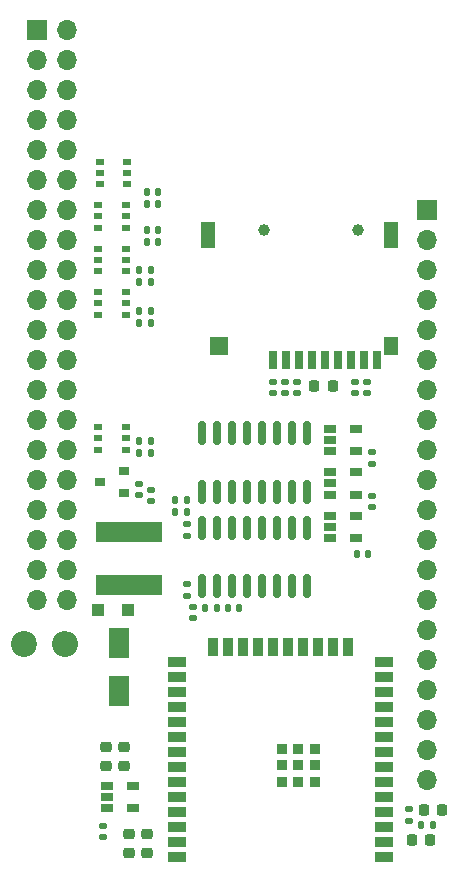
<source format=gbr>
%TF.GenerationSoftware,KiCad,Pcbnew,8.0.4*%
%TF.CreationDate,2024-09-22T15:27:49+02:00*%
%TF.ProjectId,blue_64,626c7565-5f36-4342-9e6b-696361645f70,1.0*%
%TF.SameCoordinates,PX3dc4fd0PY7445a00*%
%TF.FileFunction,Soldermask,Top*%
%TF.FilePolarity,Negative*%
%FSLAX46Y46*%
G04 Gerber Fmt 4.6, Leading zero omitted, Abs format (unit mm)*
G04 Created by KiCad (PCBNEW 8.0.4) date 2024-09-22 15:27:49*
%MOMM*%
%LPD*%
G01*
G04 APERTURE LIST*
G04 Aperture macros list*
%AMRoundRect*
0 Rectangle with rounded corners*
0 $1 Rounding radius*
0 $2 $3 $4 $5 $6 $7 $8 $9 X,Y pos of 4 corners*
0 Add a 4 corners polygon primitive as box body*
4,1,4,$2,$3,$4,$5,$6,$7,$8,$9,$2,$3,0*
0 Add four circle primitives for the rounded corners*
1,1,$1+$1,$2,$3*
1,1,$1+$1,$4,$5*
1,1,$1+$1,$6,$7*
1,1,$1+$1,$8,$9*
0 Add four rect primitives between the rounded corners*
20,1,$1+$1,$2,$3,$4,$5,0*
20,1,$1+$1,$4,$5,$6,$7,0*
20,1,$1+$1,$6,$7,$8,$9,0*
20,1,$1+$1,$8,$9,$2,$3,0*%
G04 Aperture macros list end*
%ADD10RoundRect,0.147500X-0.147500X-0.172500X0.147500X-0.172500X0.147500X0.172500X-0.147500X0.172500X0*%
%ADD11RoundRect,0.147500X0.147500X0.172500X-0.147500X0.172500X-0.147500X-0.172500X0.147500X-0.172500X0*%
%ADD12R,0.700000X0.510000*%
%ADD13RoundRect,0.147500X0.172500X-0.147500X0.172500X0.147500X-0.172500X0.147500X-0.172500X-0.147500X0*%
%ADD14R,1.000000X1.000000*%
%ADD15RoundRect,0.147500X-0.172500X0.147500X-0.172500X-0.147500X0.172500X-0.147500X0.172500X0.147500X0*%
%ADD16RoundRect,0.218750X0.256250X-0.218750X0.256250X0.218750X-0.256250X0.218750X-0.256250X-0.218750X0*%
%ADD17C,1.000000*%
%ADD18R,0.700000X1.600000*%
%ADD19R,1.200000X1.500000*%
%ADD20R,1.200000X2.200000*%
%ADD21R,1.600000X1.500000*%
%ADD22R,1.060000X0.650000*%
%ADD23RoundRect,0.218750X-0.218750X-0.256250X0.218750X-0.256250X0.218750X0.256250X-0.218750X0.256250X0*%
%ADD24R,1.500000X0.900000*%
%ADD25R,0.900000X1.500000*%
%ADD26R,0.900000X0.900000*%
%ADD27R,1.700000X1.700000*%
%ADD28O,1.700000X1.700000*%
%ADD29RoundRect,0.150000X-0.150000X0.825000X-0.150000X-0.825000X0.150000X-0.825000X0.150000X0.825000X0*%
%ADD30R,5.700000X1.700000*%
%ADD31RoundRect,0.218750X-0.256250X0.218750X-0.256250X-0.218750X0.256250X-0.218750X0.256250X0.218750X0*%
%ADD32R,1.800000X2.500000*%
%ADD33R,0.900000X0.800000*%
%ADD34O,2.200000X2.200000*%
%ADD35C,2.200000*%
G04 APERTURE END LIST*
D10*
X18057000Y22225000D03*
X19027000Y22225000D03*
D11*
X14074000Y54229000D03*
X13104000Y54229000D03*
D10*
X15517000Y31369000D03*
X16487000Y31369000D03*
D12*
X9000000Y52639000D03*
X9000000Y51689000D03*
X9000000Y50739000D03*
X11320000Y50739000D03*
X11320000Y51689000D03*
X11320000Y52639000D03*
D10*
X19962000Y22225000D03*
X20932000Y22225000D03*
X15517000Y30353000D03*
X16487000Y30353000D03*
D13*
X24765000Y40409000D03*
X24765000Y41379000D03*
D14*
X8980000Y22020000D03*
X11480000Y22020000D03*
D13*
X30734000Y40409000D03*
X30734000Y41379000D03*
X9398000Y2817000D03*
X9398000Y3787000D03*
D15*
X16510000Y24234000D03*
X16510000Y23264000D03*
D11*
X13439000Y35306000D03*
X12469000Y35306000D03*
D12*
X9000000Y48956000D03*
X9000000Y48006000D03*
X9000000Y47056000D03*
X11320000Y47056000D03*
X11320000Y48006000D03*
X11320000Y48956000D03*
D10*
X36345000Y3810000D03*
X37315000Y3810000D03*
D16*
X13081000Y1498500D03*
X13081000Y3073500D03*
D17*
X30987000Y54188000D03*
X22987000Y54188000D03*
D18*
X23787000Y43188000D03*
X24887000Y43188000D03*
X25987000Y43188000D03*
X27087000Y43188000D03*
X28187000Y43188000D03*
X29287000Y43188000D03*
X30387000Y43188000D03*
X31487000Y43188000D03*
X32587000Y43188000D03*
D19*
X33787000Y44388000D03*
D20*
X33787000Y53788000D03*
D21*
X19187000Y44388000D03*
D20*
X18287000Y53788000D03*
D22*
X9695000Y7173000D03*
X9695000Y6223000D03*
X9695000Y5273000D03*
X11895000Y5273000D03*
X11895000Y7173000D03*
D13*
X31750000Y40409000D03*
X31750000Y41379000D03*
D23*
X36550500Y5080000D03*
X38125500Y5080000D03*
D15*
X12446000Y32743000D03*
X12446000Y31773000D03*
D11*
X14074000Y56388000D03*
X13104000Y56388000D03*
D16*
X11176000Y8864500D03*
X11176000Y10439500D03*
D24*
X33161000Y1167000D03*
X33161000Y2437000D03*
X33161000Y3707000D03*
X33161000Y4977000D03*
X33161000Y6247000D03*
X33161000Y7517000D03*
X33161000Y8787000D03*
X33161000Y10057000D03*
X33161000Y11327000D03*
X33161000Y12597000D03*
X33161000Y13867000D03*
X33161000Y15137000D03*
X33161000Y16407000D03*
X33161000Y17677000D03*
D25*
X30131000Y18927000D03*
X28861000Y18927000D03*
X27591000Y18927000D03*
X26321000Y18927000D03*
X25051000Y18927000D03*
X23781000Y18927000D03*
X22511000Y18927000D03*
X21241000Y18927000D03*
X19971000Y18927000D03*
X18701000Y18927000D03*
D24*
X15661000Y17677000D03*
X15661000Y16407000D03*
X15661000Y15137000D03*
X15661000Y13867000D03*
X15661000Y12597000D03*
X15661000Y11327000D03*
X15661000Y10057000D03*
X15661000Y8787000D03*
X15661000Y7517000D03*
X15661000Y6247000D03*
X15661000Y4977000D03*
X15661000Y3707000D03*
X15661000Y2437000D03*
X15661000Y1167000D03*
D26*
X27311000Y7487000D03*
X27311000Y7487000D03*
X27311000Y8887000D03*
X27311000Y10287000D03*
X27311000Y10287000D03*
X25911000Y7487000D03*
X25911000Y8887000D03*
X25911000Y10287000D03*
X25911000Y10287000D03*
X24511000Y7487000D03*
X24511000Y8887000D03*
X24511000Y10287000D03*
D13*
X23749000Y40409000D03*
X23749000Y41379000D03*
D23*
X35534500Y2540000D03*
X37109500Y2540000D03*
D11*
X13439000Y47371000D03*
X12469000Y47371000D03*
D13*
X17018000Y21359000D03*
X17018000Y22329000D03*
X16510000Y28344000D03*
X16510000Y29314000D03*
D22*
X28618000Y37399000D03*
X28618000Y36449000D03*
X28618000Y35499000D03*
X30818000Y35499000D03*
X30818000Y37399000D03*
D15*
X13462000Y32235000D03*
X13462000Y31265000D03*
D27*
X3810000Y71120000D03*
D28*
X6350000Y71120000D03*
X3810000Y68580000D03*
X6350000Y68580000D03*
X3810000Y66040000D03*
X6350000Y66040000D03*
X3810000Y63500000D03*
X6350000Y63500000D03*
X3810000Y60960000D03*
X6350000Y60960000D03*
X3810000Y58420000D03*
X6350000Y58420000D03*
X3810000Y55880000D03*
X6350000Y55880000D03*
X3810000Y53340000D03*
X6350000Y53340000D03*
X3810000Y50800000D03*
X6350000Y50800000D03*
X3810000Y48260000D03*
X6350000Y48260000D03*
X3810000Y45720000D03*
X6350000Y45720000D03*
X3810000Y43180000D03*
X6350000Y43180000D03*
X3810000Y40640000D03*
X6350000Y40640000D03*
X3810000Y38100000D03*
X6350000Y38100000D03*
X3810000Y35560000D03*
X6350000Y35560000D03*
X3810000Y33020000D03*
X6350000Y33020000D03*
X3810000Y30480000D03*
X6350000Y30480000D03*
X3810000Y27940000D03*
X6350000Y27940000D03*
X3810000Y25400000D03*
X6350000Y25400000D03*
X3810000Y22860000D03*
X6350000Y22860000D03*
D29*
X26670000Y29018000D03*
X25400000Y29018000D03*
X24130000Y29018000D03*
X22860000Y29018000D03*
X21590000Y29018000D03*
X20320000Y29018000D03*
X19050000Y29018000D03*
X17780000Y29018000D03*
X17780000Y24068000D03*
X19050000Y24068000D03*
X20320000Y24068000D03*
X21590000Y24068000D03*
X22860000Y24068000D03*
X24130000Y24068000D03*
X25400000Y24068000D03*
X26670000Y24068000D03*
D11*
X13439000Y46355000D03*
X12469000Y46355000D03*
D13*
X35306000Y4214000D03*
X35306000Y5184000D03*
D30*
X11557000Y28670000D03*
X11557000Y24170000D03*
D11*
X13439000Y49784000D03*
X12469000Y49784000D03*
D29*
X26670000Y37019000D03*
X25400000Y37019000D03*
X24130000Y37019000D03*
X22860000Y37019000D03*
X21590000Y37019000D03*
X20320000Y37019000D03*
X19050000Y37019000D03*
X17780000Y37019000D03*
X17780000Y32069000D03*
X19050000Y32069000D03*
X20320000Y32069000D03*
X21590000Y32069000D03*
X22860000Y32069000D03*
X24130000Y32069000D03*
X25400000Y32069000D03*
X26670000Y32069000D03*
D11*
X14074000Y53213000D03*
X13104000Y53213000D03*
D12*
X9000000Y56322000D03*
X9000000Y55372000D03*
X9000000Y54422000D03*
X11320000Y54422000D03*
X11320000Y55372000D03*
X11320000Y56322000D03*
D11*
X13439000Y36322000D03*
X12469000Y36322000D03*
D22*
X28618000Y33716000D03*
X28618000Y32766000D03*
X28618000Y31816000D03*
X30818000Y31816000D03*
X30818000Y33716000D03*
D13*
X25781000Y40409000D03*
X25781000Y41379000D03*
D11*
X13439000Y50800000D03*
X12469000Y50800000D03*
D31*
X11557000Y3073500D03*
X11557000Y1498500D03*
D11*
X31854000Y26797000D03*
X30884000Y26797000D03*
X14074000Y57404000D03*
X13104000Y57404000D03*
D13*
X32131000Y30757000D03*
X32131000Y31727000D03*
D12*
X9127000Y60005000D03*
X9127000Y59055000D03*
X9127000Y58105000D03*
X11447000Y58105000D03*
X11447000Y59055000D03*
X11447000Y60005000D03*
D32*
X10730000Y15220000D03*
X10730000Y19220000D03*
D33*
X11160000Y31943000D03*
X11160000Y33843000D03*
X9160000Y32893000D03*
D27*
X36830000Y55880000D03*
D28*
X36830000Y53340000D03*
X36830000Y50800000D03*
X36830000Y48260000D03*
X36830000Y45720000D03*
X36830000Y43180000D03*
X36830000Y40640000D03*
X36830000Y38100000D03*
X36830000Y35560000D03*
X36830000Y33020000D03*
X36830000Y30480000D03*
X36830000Y27940000D03*
X36830000Y25400000D03*
X36830000Y22860000D03*
X36830000Y20320000D03*
X36830000Y17780000D03*
X36830000Y15240000D03*
X36830000Y12700000D03*
X36830000Y10160000D03*
X36830000Y7620000D03*
D12*
X9000000Y37526000D03*
X9000000Y36576000D03*
X9000000Y35626000D03*
X11320000Y35626000D03*
X11320000Y36576000D03*
X11320000Y37526000D03*
D13*
X32131000Y34440000D03*
X32131000Y35410000D03*
D22*
X28618000Y30033000D03*
X28618000Y29083000D03*
X28618000Y28133000D03*
X30818000Y28133000D03*
X30818000Y30033000D03*
D16*
X9652000Y8864500D03*
X9652000Y10439500D03*
D23*
X27279500Y41021000D03*
X28854500Y41021000D03*
D34*
X6195000Y19177000D03*
D35*
X2695000Y19177000D03*
M02*

</source>
